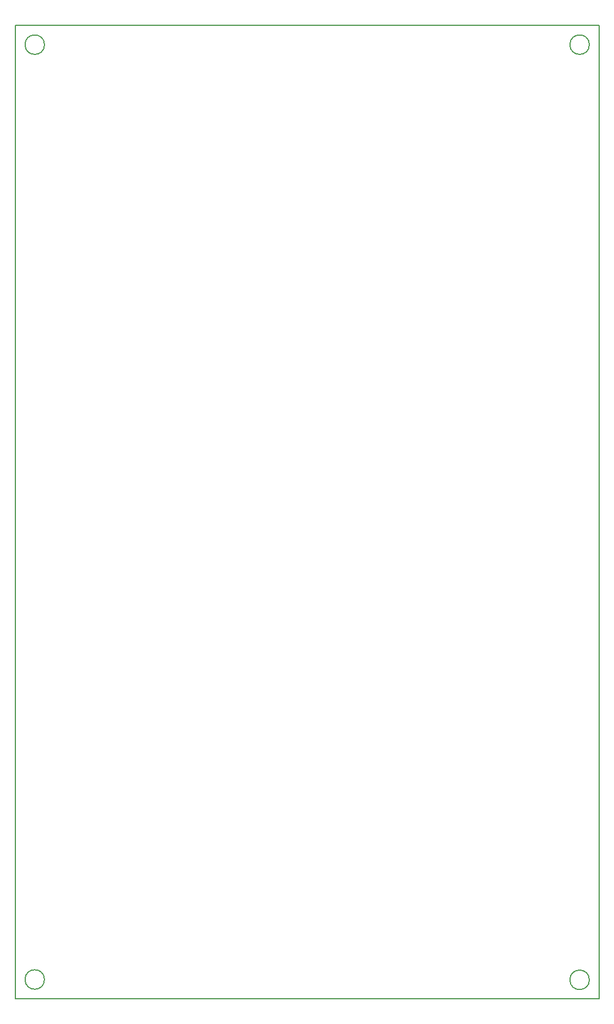
<source format=gbr>
%TF.GenerationSoftware,KiCad,Pcbnew,9.0.4*%
%TF.CreationDate,2025-12-08T11:00:56+07:00*%
%TF.ProjectId,05_sulfurmonitoring_design_v4_no_display,30355f73-756c-4667-9572-6d6f6e69746f,rev?*%
%TF.SameCoordinates,Original*%
%TF.FileFunction,Profile,NP*%
%FSLAX46Y46*%
G04 Gerber Fmt 4.6, Leading zero omitted, Abs format (unit mm)*
G04 Created by KiCad (PCBNEW 9.0.4) date 2025-12-08 11:00:56*
%MOMM*%
%LPD*%
G01*
G04 APERTURE LIST*
%TA.AperFunction,Profile*%
%ADD10C,0.200000*%
%TD*%
G04 APERTURE END LIST*
D10*
X45500000Y-28000000D02*
G75*
G02*
X42500000Y-28000000I-1500000J0D01*
G01*
X42500000Y-28000000D02*
G75*
G02*
X45500000Y-28000000I1500000J0D01*
G01*
X45500000Y-172000000D02*
G75*
G02*
X42500000Y-172000000I-1500000J0D01*
G01*
X42500000Y-172000000D02*
G75*
G02*
X45500000Y-172000000I1500000J0D01*
G01*
X41000000Y-25000000D02*
X131000000Y-25000000D01*
X131000000Y-175000000D01*
X41000000Y-175000000D01*
X41000000Y-25000000D01*
X129500000Y-172050000D02*
G75*
G02*
X126500000Y-172050000I-1500000J0D01*
G01*
X126500000Y-172050000D02*
G75*
G02*
X129500000Y-172050000I1500000J0D01*
G01*
X129500000Y-28000000D02*
G75*
G02*
X126500000Y-28000000I-1500000J0D01*
G01*
X126500000Y-28000000D02*
G75*
G02*
X129500000Y-28000000I1500000J0D01*
G01*
M02*

</source>
